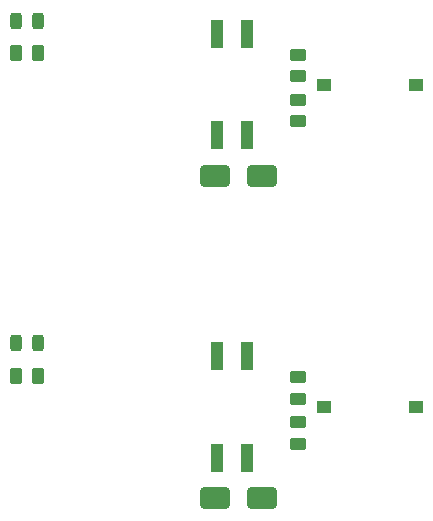
<source format=gbr>
%TF.GenerationSoftware,KiCad,Pcbnew,8.0.4*%
%TF.CreationDate,2024-09-16T11:13:22-03:00*%
%TF.ProjectId,Mini-C3-panelized,4d696e69-2d43-4332-9d70-616e656c697a,rev?*%
%TF.SameCoordinates,Original*%
%TF.FileFunction,Paste,Top*%
%TF.FilePolarity,Positive*%
%FSLAX46Y46*%
G04 Gerber Fmt 4.6, Leading zero omitted, Abs format (unit mm)*
G04 Created by KiCad (PCBNEW 8.0.4) date 2024-09-16 11:13:22*
%MOMM*%
%LPD*%
G01*
G04 APERTURE LIST*
G04 Aperture macros list*
%AMRoundRect*
0 Rectangle with rounded corners*
0 $1 Rounding radius*
0 $2 $3 $4 $5 $6 $7 $8 $9 X,Y pos of 4 corners*
0 Add a 4 corners polygon primitive as box body*
4,1,4,$2,$3,$4,$5,$6,$7,$8,$9,$2,$3,0*
0 Add four circle primitives for the rounded corners*
1,1,$1+$1,$2,$3*
1,1,$1+$1,$4,$5*
1,1,$1+$1,$6,$7*
1,1,$1+$1,$8,$9*
0 Add four rect primitives between the rounded corners*
20,1,$1+$1,$2,$3,$4,$5,0*
20,1,$1+$1,$4,$5,$6,$7,0*
20,1,$1+$1,$6,$7,$8,$9,0*
20,1,$1+$1,$8,$9,$2,$3,0*%
G04 Aperture macros list end*
%ADD10RoundRect,0.250000X0.450000X-0.262500X0.450000X0.262500X-0.450000X0.262500X-0.450000X-0.262500X0*%
%ADD11RoundRect,0.250000X-0.450000X0.262500X-0.450000X-0.262500X0.450000X-0.262500X0.450000X0.262500X0*%
%ADD12RoundRect,0.250000X-1.000000X-0.650000X1.000000X-0.650000X1.000000X0.650000X-1.000000X0.650000X0*%
%ADD13R,1.250000X1.000000*%
%ADD14R,1.120000X2.440000*%
%ADD15RoundRect,0.250000X-0.262500X-0.450000X0.262500X-0.450000X0.262500X0.450000X-0.262500X0.450000X0*%
%ADD16RoundRect,0.243750X-0.243750X-0.456250X0.243750X-0.456250X0.243750X0.456250X-0.243750X0.456250X0*%
G04 APERTURE END LIST*
D10*
%TO.C,R1*%
X156232500Y-41892500D03*
X156232500Y-40067500D03*
%TD*%
D11*
%TO.C,R2*%
X156232500Y-71167500D03*
X156232500Y-72992500D03*
%TD*%
D12*
%TO.C,D1*%
X149232500Y-50280000D03*
X153232500Y-50280000D03*
%TD*%
%TO.C,D1*%
X149232500Y-77580000D03*
X153232500Y-77580000D03*
%TD*%
D13*
%TO.C,SW2*%
X166207500Y-69880000D03*
X158457500Y-69880000D03*
%TD*%
D11*
%TO.C,R2*%
X156232500Y-43867500D03*
X156232500Y-45692500D03*
%TD*%
D14*
%TO.C,SW3*%
X151902500Y-65575000D03*
X149362500Y-65575000D03*
X149362500Y-74185000D03*
X151902500Y-74185000D03*
%TD*%
D15*
%TO.C,R13*%
X132399380Y-67230000D03*
X134224380Y-67230000D03*
%TD*%
D13*
%TO.C,SW2*%
X166207500Y-42580000D03*
X158457500Y-42580000D03*
%TD*%
D14*
%TO.C,SW3*%
X151902500Y-38275000D03*
X149362500Y-38275000D03*
X149362500Y-46885000D03*
X151902500Y-46885000D03*
%TD*%
D10*
%TO.C,R1*%
X156232500Y-69192500D03*
X156232500Y-67367500D03*
%TD*%
D16*
%TO.C,D2*%
X132394380Y-37165940D03*
X134269380Y-37165940D03*
%TD*%
D15*
%TO.C,R13*%
X132399380Y-39930000D03*
X134224380Y-39930000D03*
%TD*%
D16*
%TO.C,D2*%
X132394380Y-64465940D03*
X134269380Y-64465940D03*
%TD*%
M02*

</source>
